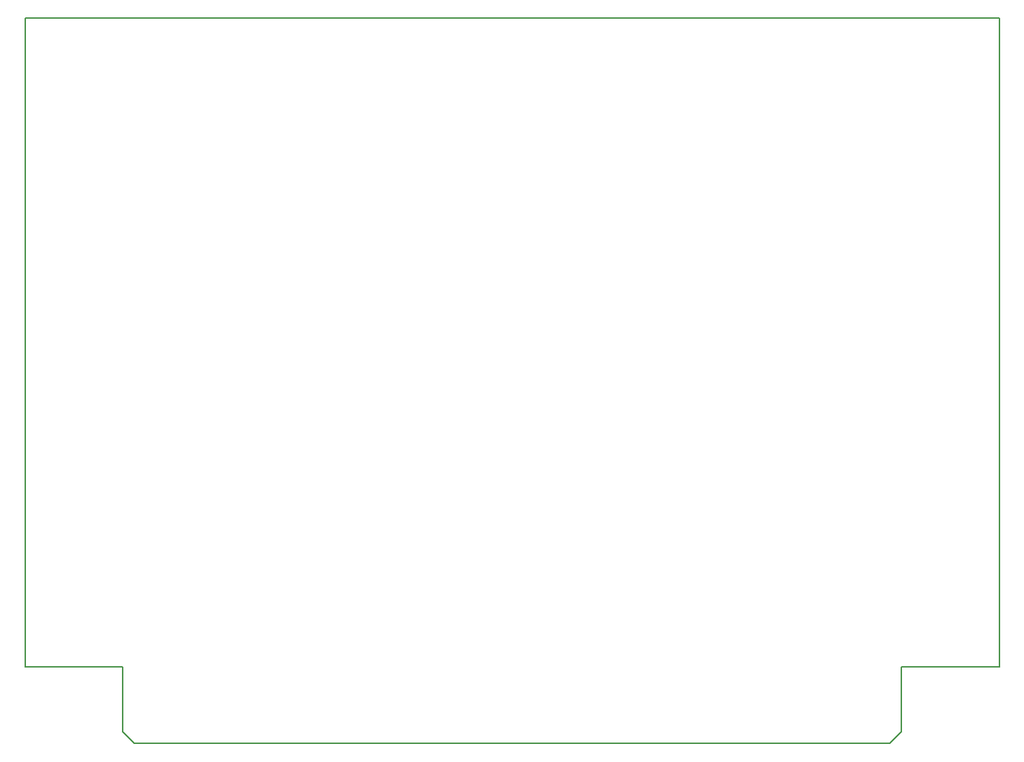
<source format=gbr>
%TF.GenerationSoftware,KiCad,Pcbnew,(5.1.9)-1*%
%TF.CreationDate,2021-04-07T22:34:41-05:00*%
%TF.ProjectId,SCELBI-TTY-Interface,5343454c-4249-42d5-9454-592d496e7465,rev?*%
%TF.SameCoordinates,Original*%
%TF.FileFunction,Profile,NP*%
%FSLAX46Y46*%
G04 Gerber Fmt 4.6, Leading zero omitted, Abs format (unit mm)*
G04 Created by KiCad (PCBNEW (5.1.9)-1) date 2021-04-07 22:34:41*
%MOMM*%
%LPD*%
G01*
G04 APERTURE LIST*
%TA.AperFunction,Profile*%
%ADD10C,0.127000*%
%TD*%
G04 APERTURE END LIST*
D10*
X190398400Y-135940800D02*
X101701600Y-135940800D01*
X191719200Y-134620000D02*
X190398400Y-135940800D01*
X100380800Y-134620000D02*
X101701600Y-135940800D01*
X100380800Y-127000000D02*
X100380800Y-134620000D01*
X191719200Y-127000000D02*
X191719200Y-134620000D01*
X191719200Y-127000000D02*
X203200000Y-127000000D01*
X100380800Y-127000000D02*
X88900000Y-127000000D01*
X203200000Y-50800000D02*
X203200000Y-127000000D01*
X88900000Y-50800000D02*
X88900000Y-127000000D01*
X203200000Y-50800000D02*
X88900000Y-50800000D01*
M02*

</source>
